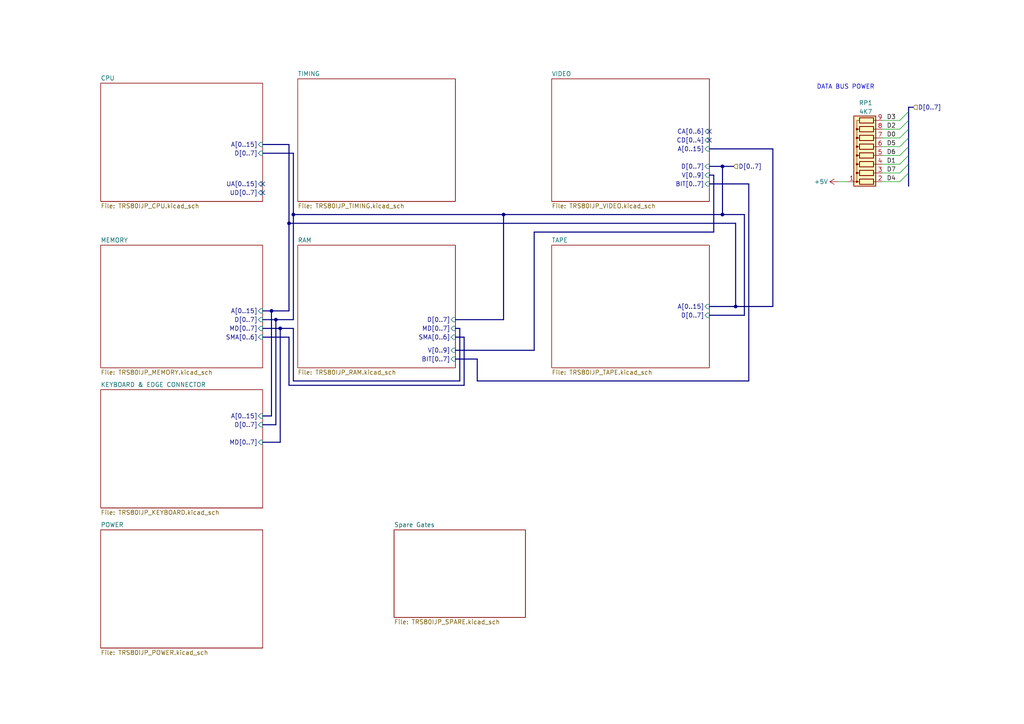
<source format=kicad_sch>
(kicad_sch (version 20230121) (generator eeschema)
  (paper "A4")
  (lib_symbols
    (symbol "Device:R_Network08" (pin_names (offset 0) hide)
      (property "Reference" "RN" (at -12.7 0 90))
      (property "Value" "R_Network08" (at 10.16 0 90))
      (symbol "R_Network08_0_1"
        (rectangle (start -11.43 -3.175) (end 8.89 3.175) (stroke (width 0.254)) (fill (type background)))
        (rectangle (start -10.922 1.524) (end -9.398 -2.54) (stroke (width 0.254)))
        (circle (center -10.16 2.286) (radius 0.254) (fill (type outline)))
        (rectangle (start -8.382 1.524) (end -6.858 -2.54) (stroke (width 0.254)))
        (circle (center -7.62 2.286) (radius 0.254) (fill (type outline)))
        (rectangle (start -5.842 1.524) (end -4.318 -2.54) (stroke (width 0.254)))
        (circle (center -5.08 2.286) (radius 0.254) (fill (type outline)))
        (rectangle (start -3.302 1.524) (end -1.778 -2.54) (stroke (width 0.254)))
        (circle (center -2.54 2.286) (radius 0.254) (fill (type outline)))
        (rectangle (start -0.762 1.524) (end 0.762 -2.54) (stroke (width 0.254)))
        (polyline (pts (xy -10.16 -2.54) (xy -10.16 -3.81)))
        (polyline (pts (xy -7.62 -2.54) (xy -7.62 -3.81)))
        (polyline (pts (xy -5.08 -2.54) (xy -5.08 -3.81)))
        (polyline (pts (xy -2.54 -2.54) (xy -2.54 -3.81)))
        (polyline (pts (xy 0 -2.54) (xy 0 -3.81)))
        (polyline (pts (xy 2.54 -2.54) (xy 2.54 -3.81)))
        (polyline (pts (xy 5.08 -2.54) (xy 5.08 -3.81)))
        (polyline (pts (xy 7.62 -2.54) (xy 7.62 -3.81)))
        (polyline (pts (xy -10.16 1.524) (xy -10.16 2.286) (xy -7.62 2.286) (xy -7.62 1.524)))
        (polyline (pts (xy -7.62 1.524) (xy -7.62 2.286) (xy -5.08 2.286) (xy -5.08 1.524)))
        (polyline (pts (xy -5.08 1.524) (xy -5.08 2.286) (xy -2.54 2.286) (xy -2.54 1.524)))
        (polyline (pts (xy -2.54 1.524) (xy -2.54 2.286) (xy 0 2.286) (xy 0 1.524)))
        (polyline (pts (xy 0 1.524) (xy 0 2.286) (xy 2.54 2.286) (xy 2.54 1.524)))
        (polyline (pts (xy 2.54 1.524) (xy 2.54 2.286) (xy 5.08 2.286) (xy 5.08 1.524)))
        (polyline (pts (xy 5.08 1.524) (xy 5.08 2.286) (xy 7.62 2.286) (xy 7.62 1.524)))
        (circle (center 0 2.286) (radius 0.254) (fill (type outline)))
        (rectangle (start 1.778 1.524) (end 3.302 -2.54) (stroke (width 0.254)))
        (circle (center 2.54 2.286) (radius 0.254) (fill (type outline)))
        (rectangle (start 4.318 1.524) (end 5.842 -2.54) (stroke (width 0.254)))
        (circle (center 5.08 2.286) (radius 0.254) (fill (type outline)))
        (rectangle (start 6.858 1.524) (end 8.382 -2.54) (stroke (width 0.254)))
      )
      (symbol "R_Network08_1_1"
        (pin passive line (at -10.16 5.08 270) (length 2.54) (name "common") (number "1"))
        (pin passive line (at -10.16 -5.08 90) (length 1.27) (name "R1") (number "2"))
        (pin passive line (at -7.62 -5.08 90) (length 1.27) (name "R2") (number "3"))
        (pin passive line (at -5.08 -5.08 90) (length 1.27) (name "R3") (number "4"))
        (pin passive line (at -2.54 -5.08 90) (length 1.27) (name "R4") (number "5"))
        (pin passive line (at 0 -5.08 90) (length 1.27) (name "R5") (number "6"))
        (pin passive line (at 2.54 -5.08 90) (length 1.27) (name "R6") (number "7"))
        (pin passive line (at 5.08 -5.08 90) (length 1.27) (name "R7") (number "8"))
        (pin passive line (at 7.62 -5.08 90) (length 1.27) (name "R8") (number "9"))
      )
    )
    (symbol "power:+5V" (power) (pin_names (offset 0))
      (property "Value" "+5V" (at 0 3.556 0))
      (symbol "+5V_0_1"
        (polyline (pts (xy -0.762 1.27) (xy 0 2.54)))
        (polyline (pts (xy 0 0) (xy 0 2.54)))
        (polyline (pts (xy 0 2.54) (xy 0.762 1.27)))
      )
      (symbol "+5V_1_1"
        (pin power_in line (at 0 0 90) (length 0) hide (name "+5V") (number "1"))
      )
    )
  )
  (junction (at 146.05 62.23))
  (junction (at 80.01 92.71))
  (junction (at 78.74 90.17))
  (junction (at 85.09 62.23))
  (junction (at 209.55 48.26))
  (junction (at 209.55 62.23))
  (junction (at 213.36 88.9))
  (junction (at 81.28 95.25))
  (junction (at 83.82 64.77))
  (no_connect (at 76.2 55.88))
  (no_connect (at 76.2 53.34))
  (no_connect (at 205.74 40.64))
  (no_connect (at 205.74 38.1))
  (bus_entry (at 260.985 40.005) (size 2.54 -2.54))
  (bus_entry (at 260.985 34.925) (size 2.54 -2.54))
  (bus_entry (at 260.985 50.165) (size 2.54 -2.54))
  (bus_entry (at 260.985 37.465) (size 2.54 -2.54))
  (bus_entry (at 260.985 47.625) (size 2.54 -2.54))
  (bus_entry (at 260.985 42.545) (size 2.54 -2.54))
  (bus_entry (at 260.985 45.085) (size 2.54 -2.54))
  (bus_entry (at 260.985 52.705) (size 2.54 -2.54))
  (bus (pts (xy 205.74 53.34) (xy 217.17 53.34)))
  (wire (pts (xy 255.905 50.165) (xy 260.985 50.165)))
  (bus (pts (xy 217.17 53.34) (xy 217.17 110.49)))
  (bus (pts (xy 263.525 42.545) (xy 263.525 45.085)))
  (bus (pts (xy 85.09 110.49) (xy 133.35 110.49)))
  (bus (pts (xy 213.36 64.77) (xy 213.36 88.9)))
  (bus (pts (xy 83.82 111.76) (xy 134.62 111.76)))
  (bus (pts (xy 264.795 31.115) (xy 263.525 31.115)))
  (bus (pts (xy 83.82 97.79) (xy 83.82 111.76)))
  (bus (pts (xy 213.36 88.9) (xy 205.74 88.9)))
  (bus (pts (xy 263.525 31.115) (xy 263.525 32.385)))
  (bus (pts (xy 81.28 95.25) (xy 85.09 95.25)))
  (bus (pts (xy 205.74 43.18) (xy 224.155 43.18)))
  (bus (pts (xy 133.35 110.49) (xy 133.35 95.25)))
  (bus (pts (xy 263.525 47.625) (xy 263.525 50.165)))
  (wire (pts (xy 243.205 52.705) (xy 245.745 52.705)))
  (bus (pts (xy 138.43 110.49) (xy 138.43 104.14)))
  (bus (pts (xy 207.01 67.31) (xy 207.01 50.8)))
  (bus (pts (xy 209.55 62.23) (xy 146.05 62.23)))
  (bus (pts (xy 85.09 44.45) (xy 76.2 44.45)))
  (bus (pts (xy 263.525 45.085) (xy 263.525 47.625)))
  (bus (pts (xy 80.01 92.71) (xy 85.09 92.71)))
  (bus (pts (xy 78.74 120.65) (xy 78.74 90.17)))
  (wire (pts (xy 255.905 52.705) (xy 260.985 52.705)))
  (bus (pts (xy 134.62 111.76) (xy 134.62 97.79)))
  (wire (pts (xy 255.905 42.545) (xy 260.985 42.545)))
  (bus (pts (xy 81.28 128.27) (xy 81.28 95.25)))
  (wire (pts (xy 255.905 40.005) (xy 260.985 40.005)))
  (bus (pts (xy 83.82 64.77) (xy 213.36 64.77)))
  (bus (pts (xy 215.9 62.23) (xy 209.55 62.23)))
  (bus (pts (xy 133.35 95.25) (xy 132.08 95.25)))
  (bus (pts (xy 76.2 128.27) (xy 81.28 128.27)))
  (bus (pts (xy 263.525 50.165) (xy 263.525 53.975)))
  (bus (pts (xy 224.155 43.18) (xy 224.155 88.9)))
  (bus (pts (xy 207.01 50.8) (xy 205.74 50.8)))
  (bus (pts (xy 76.2 95.25) (xy 81.28 95.25)))
  (bus (pts (xy 215.9 91.44) (xy 215.9 62.23)))
  (bus (pts (xy 76.2 97.79) (xy 83.82 97.79)))
  (bus (pts (xy 76.2 123.19) (xy 80.01 123.19)))
  (bus (pts (xy 224.155 88.9) (xy 213.36 88.9)))
  (bus (pts (xy 132.08 92.71) (xy 146.05 92.71)))
  (bus (pts (xy 83.82 90.17) (xy 78.74 90.17)))
  (bus (pts (xy 217.17 110.49) (xy 138.43 110.49)))
  (bus (pts (xy 76.2 120.65) (xy 78.74 120.65)))
  (wire (pts (xy 255.905 34.925) (xy 260.985 34.925)))
  (bus (pts (xy 146.05 62.23) (xy 85.09 62.23)))
  (bus (pts (xy 205.74 48.26) (xy 209.55 48.26)))
  (bus (pts (xy 85.09 62.23) (xy 85.09 44.45)))
  (bus (pts (xy 138.43 104.14) (xy 132.08 104.14)))
  (bus (pts (xy 209.55 48.26) (xy 209.55 62.23)))
  (bus (pts (xy 134.62 97.79) (xy 132.08 97.79)))
  (bus (pts (xy 263.525 32.385) (xy 263.525 34.925)))
  (bus (pts (xy 146.05 92.71) (xy 146.05 62.23)))
  (bus (pts (xy 78.74 90.17) (xy 76.2 90.17)))
  (bus (pts (xy 205.74 91.44) (xy 215.9 91.44)))
  (bus (pts (xy 263.525 34.925) (xy 263.525 37.465)))
  (bus (pts (xy 76.2 92.71) (xy 80.01 92.71)))
  (bus (pts (xy 83.82 41.91) (xy 83.82 64.77)))
  (bus (pts (xy 85.09 95.25) (xy 85.09 110.49)))
  (bus (pts (xy 76.2 41.91) (xy 83.82 41.91)))
  (bus (pts (xy 263.525 40.005) (xy 263.525 42.545)))
  (wire (pts (xy 255.905 47.625) (xy 260.985 47.625)))
  (bus (pts (xy 80.01 123.19) (xy 80.01 92.71)))
  (bus (pts (xy 154.94 101.6) (xy 154.94 67.31)))
  (wire (pts (xy 255.905 37.465) (xy 260.985 37.465)))
  (bus (pts (xy 263.525 37.465) (xy 263.525 40.005)))
  (bus (pts (xy 209.55 48.26) (xy 212.725 48.26)))
  (bus (pts (xy 83.82 64.77) (xy 83.82 90.17)))
  (wire (pts (xy 255.905 45.085) (xy 260.985 45.085)))
  (bus (pts (xy 132.08 101.6) (xy 154.94 101.6)))
  (bus (pts (xy 154.94 67.31) (xy 207.01 67.31)))
  (bus (pts (xy 85.09 92.71) (xy 85.09 62.23)))
  (text "DATA BUS POWER\n" (at 236.855 26.035 0) (effects (font (size 1.27 1.27)) (justify left bottom)))
  (label "D6" (at 257.175 45.085 0))
  (label "D1" (at 257.175 47.625 0))
  (label "D2" (at 257.175 37.465 0))
  (label "D7" (at 257.175 50.165 0))
  (label "D0" (at 257.175 40.005 0))
  (label "D4" (at 257.175 52.705 0))
  (label "D3" (at 257.175 34.925 0))
  (label "D5" (at 257.175 42.545 0))
  (hierarchical_label "D[0..7]" (shape input) (at 264.795 31.115 0))
  (hierarchical_label "D[0..7]" (shape input) (at 212.725 48.26 0))
  (symbol (lib_id "Device:R_Network08") (at 250.825 42.545 90) (unit 1)
    (property "Reference" "RP1" (at 251.079 29.845 90))
    (property "Value" "4K7" (at 251.079 32.385 90))
    (property "Footprint" "Resistor_THT:R_Array_SIP9" (effects hide))
    (property "Datasheet" "http://www.vishay.com/docs/31509/csc.pdf" (effects hide))
  )
  (symbol (lib_id "power:+5V") (at 243.205 52.705 90) (unit 1)
    (property "Reference" "#PWR083" (effects hide))
    (property "Value" "+5V" (at 238.125 52.705 90))
  )
  (sheet (at 29.21 24.13) (size 46.99 34.29) (stroke (width 0.1524))
    (property "Sheetname" "CPU" (at 29.21 23.4184 0) (effects (justify left bottom)))
    (property "Sheetfile" "TRS80IJP_CPU.kicad_sch" (at 29.21 59.0046 0) (effects (justify left top)))
    (pin "D[0..7]" input (at 76.2 44.45 0))
    (pin "A[0..15]" input (at 76.2 41.91 0))
    (pin "UA[0..15]" input (at 76.2 53.34 0))
    (pin "UD[0..7]" input (at 76.2 55.88 0))
  )
  (sheet (at 86.36 22.86) (size 45.72 35.56) (stroke (width 0.1524))
    (property "Sheetname" "TIMING" (at 86.36 22.1484 0) (effects (justify left bottom)))
    (property "Sheetfile" "TRS80IJP_TIMING.kicad_sch" (at 86.36 59.0046 0) (effects (justify left top)))
  )
  (sheet (at 29.21 153.67) (size 46.99 34.29) (stroke (width 0.1524))
    (property "Sheetname" "POWER" (at 29.21 152.9584 0) (effects (justify left bottom)))
    (property "Sheetfile" "TRS80IJP_POWER.kicad_sch" (at 29.21 188.5446 0) (effects (justify left top)))
  )
  (sheet (at 160.02 71.12) (size 45.72 35.56) (stroke (width 0.1524))
    (property "Sheetname" "TAPE" (at 160.02 70.4084 0) (effects (justify left bottom)))
    (property "Sheetfile" "TRS80IJP_TAPE.kicad_sch" (at 160.02 107.2646 0) (effects (justify left top)))
    (pin "D[0..7]" input (at 205.74 91.44 0))
    (pin "A[0..15]" input (at 205.74 88.9 0))
  )
  (sheet (at 160.02 22.86) (size 45.72 35.56) (stroke (width 0.1524))
    (property "Sheetname" "VIDEO" (at 160.02 22.1484 0) (effects (justify left bottom)))
    (property "Sheetfile" "TRS80IJP_VIDEO.kicad_sch" (at 160.02 59.0046 0) (effects (justify left top)))
    (pin "V[0..9]" input (at 205.74 50.8 0))
    (pin "BIT[0..7]" input (at 205.74 53.34 0))
    (pin "D[0..7]" input (at 205.74 48.26 0))
    (pin "CD[0..4]" input (at 205.74 40.64 0))
    (pin "A[0..15]" input (at 205.74 43.18 0))
    (pin "CA[0..6]" input (at 205.74 38.1 0))
  )
  (sheet (at 29.21 71.12) (size 46.99 35.56) (stroke (width 0.1524))
    (property "Sheetname" "MEMORY" (at 29.21 70.4084 0) (effects (justify left bottom)))
    (property "Sheetfile" "TRS80IJP_MEMORY.kicad_sch" (at 29.21 107.2646 0) (effects (justify left top)))
    (pin "D[0..7]" input (at 76.2 92.71 0))
    (pin "A[0..15]" input (at 76.2 90.17 0))
    (pin "MD[0..7]" input (at 76.2 95.25 0))
    (pin "SMA[0..6]" input (at 76.2 97.79 0))
  )
  (sheet (at 86.36 71.12) (size 45.72 35.56) (stroke (width 0.1524))
    (property "Sheetname" "RAM" (at 86.36 70.4084 0) (effects (justify left bottom)))
    (property "Sheetfile" "TRS80IJP_RAM.kicad_sch" (at 86.36 107.2646 0) (effects (justify left top)))
    (pin "D[0..7]" input (at 132.08 92.71 0))
    (pin "SMA[0..6]" input (at 132.08 97.79 0))
    (pin "V[0..9]" input (at 132.08 101.6 0))
    (pin "BIT[0..7]" input (at 132.08 104.14 0))
    (pin "MD[0..7]" input (at 132.08 95.25 0))
  )
  (sheet (at 114.3 153.67) (size 38.1 25.4) (stroke (width 0.1524))
    (property "Sheetname" "Spare Gates" (at 114.3 152.9584 0) (effects (justify left bottom)))
    (property "Sheetfile" "TRS80IJP_SPARE.kicad_sch" (at 114.3 179.6546 0) (effects (justify left top)))
  )
  (sheet (at 29.21 113.03) (size 46.99 34.29) (stroke (width 0.1524))
    (property "Sheetname" "KEYBOARD & EDGE CONNECTOR" (at 29.21 112.3184 0) (effects (justify left bottom)))
    (property "Sheetfile" "TRS80IJP_KEYBOARD.kicad_sch" (at 29.21 147.9046 0) (effects (justify left top)))
    (pin "A[0..15]" input (at 76.2 120.65 0))
    (pin "D[0..7]" input (at 76.2 123.19 0))
    (pin "MD[0..7]" input (at 76.2 128.27 0))
  )
)
</source>
